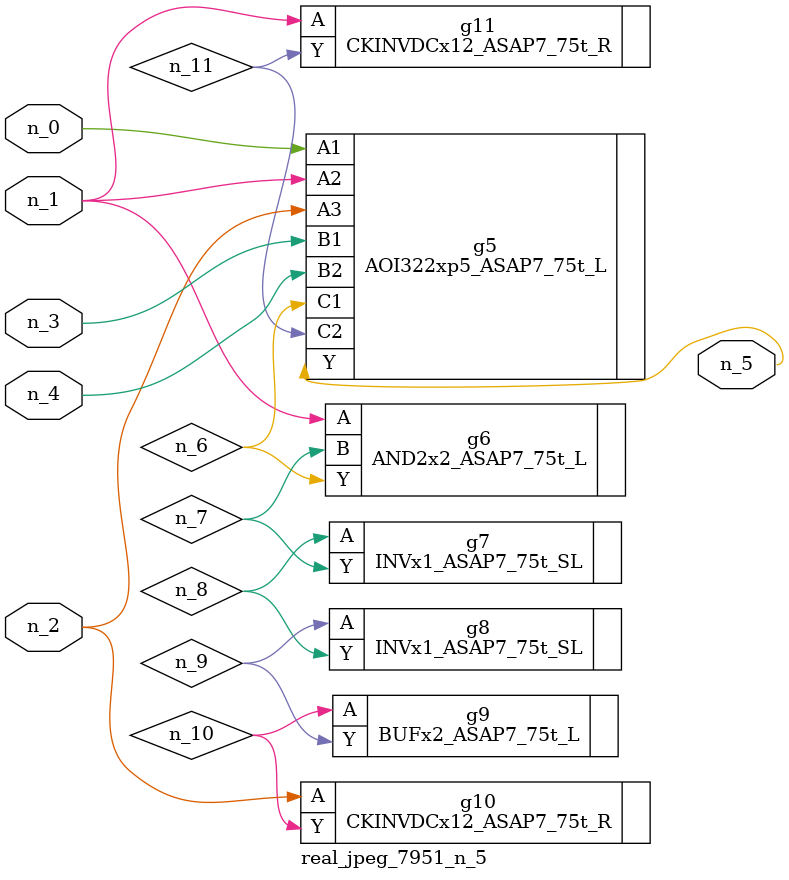
<source format=v>
module real_jpeg_7951_n_5 (n_4, n_0, n_1, n_2, n_3, n_5);

input n_4;
input n_0;
input n_1;
input n_2;
input n_3;

output n_5;

wire n_8;
wire n_11;
wire n_6;
wire n_7;
wire n_10;
wire n_9;

AOI322xp5_ASAP7_75t_L g5 ( 
.A1(n_0),
.A2(n_1),
.A3(n_2),
.B1(n_3),
.B2(n_4),
.C1(n_6),
.C2(n_11),
.Y(n_5)
);

AND2x2_ASAP7_75t_L g6 ( 
.A(n_1),
.B(n_7),
.Y(n_6)
);

CKINVDCx12_ASAP7_75t_R g11 ( 
.A(n_1),
.Y(n_11)
);

CKINVDCx12_ASAP7_75t_R g10 ( 
.A(n_2),
.Y(n_10)
);

INVx1_ASAP7_75t_SL g7 ( 
.A(n_8),
.Y(n_7)
);

INVx1_ASAP7_75t_SL g8 ( 
.A(n_9),
.Y(n_8)
);

BUFx2_ASAP7_75t_L g9 ( 
.A(n_10),
.Y(n_9)
);


endmodule
</source>
